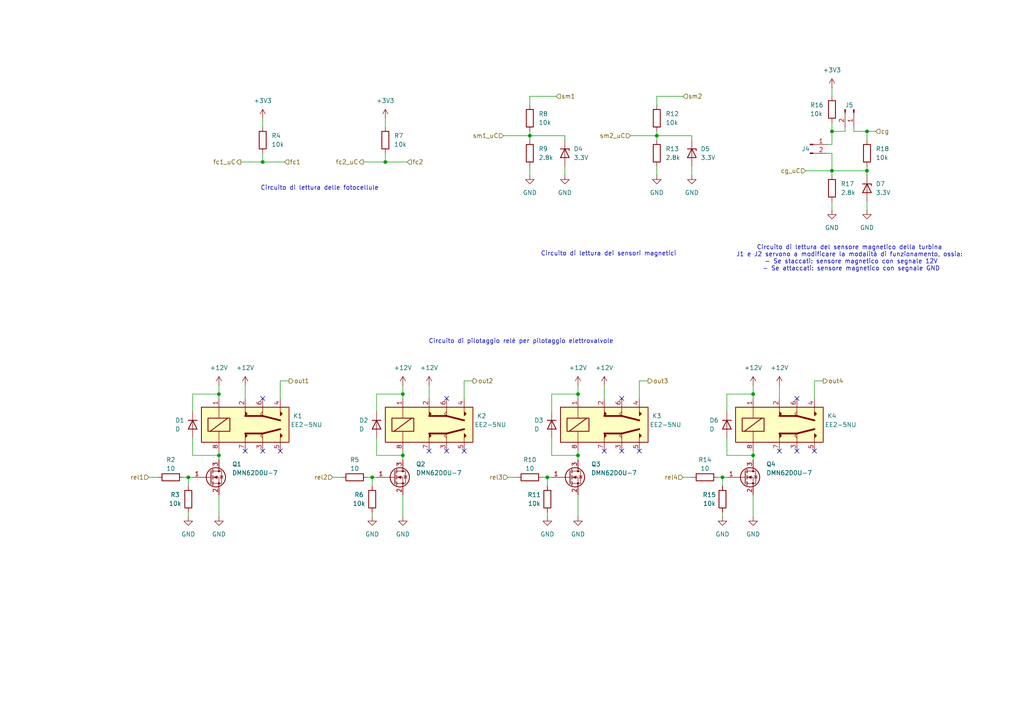
<source format=kicad_sch>
(kicad_sch (version 20250114) (generator "eeschema") (generator_version "9.0")
  (paper "A4")
  (lib_symbols
    (symbol "Connector:Conn_01x02_Pin" (pin_names (offset 1.016) (hide yes))
      (property "Reference" "J" (at 0 2.54 0))
      (property "Value" "Conn_01x02_Pin" (at 0 -5.08 0))
      (symbol "Conn_01x02_Pin_1_1"
        (rectangle (start 0.8636 0.127) (end 0 -0.127) (stroke (width 0.1524)) (fill (type outline)))
        (rectangle (start 0.8636 -2.413) (end 0 -2.667) (stroke (width 0.1524)) (fill (type outline)))
        (polyline (pts (xy 1.27 0) (xy 0.8636 0)) (stroke (width 0.1524)))
        (polyline (pts (xy 1.27 -2.54) (xy 0.8636 -2.54)) (stroke (width 0.1524)))
        (pin passive line (at 5.08 0 180) (length 3.81) (name "Pin_1") (number "1"))
        (pin passive line (at 5.08 -2.54 180) (length 3.81) (name "Pin_2") (number "2"))
      )
    )
    (symbol "Device:D" (pin_numbers (hide yes)) (pin_names (offset 1.016) (hide yes))
      (property "Reference" "D" (at 0 2.54 0))
      (property "Value" "D" (at 0 -2.54 0))
      (symbol "D_0_1"
        (polyline (pts (xy -1.27 1.27) (xy -1.27 -1.27)) (stroke (width 0.254)))
        (polyline (pts (xy 1.27 1.27) (xy 1.27 -1.27) (xy -1.27 0) (xy 1.27 1.27)) (stroke (width 0.254)))
        (polyline (pts (xy 1.27 0) (xy -1.27 0)))
      )
      (symbol "D_1_1"
        (pin passive line (at -3.81 0 0) (length 2.54) (name "K") (number "1"))
        (pin passive line (at 3.81 0 180) (length 2.54) (name "A") (number "2"))
      )
    )
    (symbol "Device:D_Zener" (pin_numbers (hide yes)) (pin_names (offset 1.016) (hide yes))
      (property "Reference" "D" (at 0 2.54 0))
      (property "Value" "D_Zener" (at 0 -2.54 0))
      (symbol "D_Zener_0_1"
        (polyline (pts (xy -1.27 -1.27) (xy -1.27 1.27) (xy -0.762 1.27)) (stroke (width 0.254)))
        (polyline (pts (xy 1.27 0) (xy -1.27 0)))
        (polyline (pts (xy 1.27 -1.27) (xy 1.27 1.27) (xy -1.27 0) (xy 1.27 -1.27)) (stroke (width 0.254)))
      )
      (symbol "D_Zener_1_1"
        (pin passive line (at -3.81 0 0) (length 2.54) (name "K") (number "1"))
        (pin passive line (at 3.81 0 180) (length 2.54) (name "A") (number "2"))
      )
    )
    (symbol "Device:R" (pin_numbers (hide yes)) (pin_names (offset 0))
      (property "Reference" "R" (at 2.032 0 90))
      (property "Value" "R" (at 0 0 90))
      (symbol "R_0_1"
        (rectangle (start -1.016 -2.54) (end 1.016 2.54) (stroke (width 0.254)))
      )
      (symbol "R_1_1"
        (pin passive line (at 0 3.81 270) (length 1.27) (name "~") (number "1"))
        (pin passive line (at 0 -3.81 90) (length 1.27) (name "~") (number "2"))
      )
    )
    (symbol "Samacsys:DMN62D0U-7" (pin_names (hide yes))
      (property "Reference" "Q" (at 10.414 4.064 0))
      (property "Value" "DMN62D0U-7" (at 10.414 1.524 0))
      (symbol "DMN62D0U-7_0_1"
        (polyline (pts (xy 5.334 1.905) (xy 5.334 -1.905)) (stroke (width 0.254)))
        (polyline (pts (xy 5.334 0) (xy 2.54 0)))
        (polyline (pts (xy 5.842 2.286) (xy 5.842 1.27)) (stroke (width 0.254)))
        (polyline (pts (xy 5.842 0.508) (xy 5.842 -0.508)) (stroke (width 0.254)))
        (polyline (pts (xy 5.842 -1.27) (xy 5.842 -2.286)) (stroke (width 0.254)))
        (polyline (pts (xy 5.842 -1.778) (xy 8.382 -1.778) (xy 8.382 1.778) (xy 5.842 1.778)))
        (polyline (pts (xy 6.096 0) (xy 7.112 0.381) (xy 7.112 -0.381) (xy 6.096 0)) (fill (type outline)))
        (circle (center 6.731 0) (radius 2.794) (stroke (width 0.254)))
        (polyline (pts (xy 7.62 2.54) (xy 7.62 1.778)))
        (circle (center 7.62 1.778) (radius 0.254) (fill (type outline)))
        (circle (center 7.62 -1.778) (radius 0.254) (fill (type outline)))
        (polyline (pts (xy 7.62 -2.54) (xy 7.62 0) (xy 5.842 0)))
        (polyline (pts (xy 7.874 0.508) (xy 8.001 0.381) (xy 8.763 0.381) (xy 8.89 0.254)))
        (polyline (pts (xy 8.382 0.381) (xy 8.001 -0.254) (xy 8.763 -0.254) (xy 8.382 0.381)))
      )
      (symbol "DMN62D0U-7_1_1"
        (pin input line (at 0 0 0) (length 2.54) (name "G") (number "1"))
        (pin passive line (at 7.62 5.08 270) (length 2.54) (name "D") (number "3"))
        (pin passive line (at 7.62 -5.08 90) (length 2.54) (name "S") (number "2"))
      )
    )
    (symbol "Samacsys:EE2-5NU"
      (property "Reference" "K" (at 26.162 -2.794 0))
      (property "Value" "EE2-5NU" (at 26.162 -5.334 0))
      (symbol "EE2-5NU_0_1"
        (rectangle (start 0 0) (end 25.4 -10.16) (stroke (width 0.254)) (fill (type background)))
        (rectangle (start 1.905 -3.175) (end 8.255 -6.985) (stroke (width 0.254)))
        (polyline (pts (xy 2.54 -6.985) (xy 7.62 -3.175)) (stroke (width 0.254)))
        (polyline (pts (xy 5.08 0) (xy 5.08 -3.175)))
        (polyline (pts (xy 5.08 -10.16) (xy 5.08 -6.985)))
        (polyline (pts (xy 12.7 0) (xy 12.7 -2.54) (xy 13.335 -1.905) (xy 12.7 -1.27)) (fill (type outline)))
        (polyline (pts (xy 12.7 -2.54) (xy 17.78 -2.54)) (stroke (width 0.508)))
        (polyline (pts (xy 12.7 -7.62) (xy 17.78 -7.62)) (stroke (width 0.508)))
        (polyline (pts (xy 12.7 -10.16) (xy 12.7 -7.62) (xy 13.335 -8.255) (xy 12.7 -8.89)) (fill (type outline)))
        (polyline (pts (xy 17.78 0) (xy 17.78 -2.54) (xy 17.145 -1.905) (xy 17.78 -1.27)))
        (polyline (pts (xy 17.78 -2.54) (xy 22.86 -3.81)) (stroke (width 0.508)))
        (polyline (pts (xy 17.78 -7.62) (xy 22.86 -6.35)) (stroke (width 0.508)))
        (polyline (pts (xy 17.78 -10.16) (xy 17.78 -7.62) (xy 17.145 -8.255) (xy 17.78 -8.89)))
        (polyline (pts (xy 22.86 0) (xy 22.86 -2.54) (xy 23.495 -1.905) (xy 22.86 -1.27)) (fill (type outline)))
        (polyline (pts (xy 22.86 -10.16) (xy 22.86 -7.62) (xy 23.495 -8.255) (xy 22.86 -8.89)) (fill (type outline)))
      )
      (symbol "EE2-5NU_1_1"
        (pin passive line (at 5.08 2.54 270) (length 2.54) (name "") (number "1"))
        (pin passive line (at 5.08 -12.7 90) (length 2.54) (name "") (number "8"))
        (pin passive line (at 12.7 2.54 270) (length 2.54) (name "") (number "2"))
        (pin passive line (at 12.7 -12.7 90) (length 2.54) (name "") (number "7"))
        (pin passive line (at 17.78 2.54 270) (length 2.54) (name "") (number "6"))
        (pin passive line (at 17.78 -12.7 90) (length 2.54) (name "") (number "3"))
        (pin passive line (at 22.86 2.54 270) (length 2.54) (name "") (number "4"))
        (pin passive line (at 22.86 -12.7 90) (length 2.54) (name "") (number "5"))
      )
    )
    (symbol "power:+12V" (power) (pin_numbers (hide yes)) (pin_names (offset 0) (hide yes))
      (property "Value" "+12V" (at 0 3.556 0))
      (symbol "+12V_0_1"
        (polyline (pts (xy -0.762 1.27) (xy 0 2.54)))
        (polyline (pts (xy 0 2.54) (xy 0.762 1.27)))
        (polyline (pts (xy 0 0) (xy 0 2.54)))
      )
      (symbol "+12V_1_1"
        (pin power_in line (at 0 0 90) (length 0) (name "~") (number "1"))
      )
    )
    (symbol "power:+3V3" (power) (pin_numbers (hide yes)) (pin_names (offset 0) (hide yes))
      (property "Value" "+3V3" (at 0 3.556 0))
      (symbol "+3V3_0_1"
        (polyline (pts (xy -0.762 1.27) (xy 0 2.54)))
        (polyline (pts (xy 0 2.54) (xy 0.762 1.27)))
        (polyline (pts (xy 0 0) (xy 0 2.54)))
      )
      (symbol "+3V3_1_1"
        (pin power_in line (at 0 0 90) (length 0) (name "~") (number "1"))
      )
    )
    (symbol "power:GND" (power) (pin_numbers (hide yes)) (pin_names (offset 0) (hide yes))
      (property "Value" "GND" (at 0 -3.81 0))
      (symbol "GND_0_1"
        (polyline (pts (xy 0 0) (xy 0 -1.27) (xy 1.27 -1.27) (xy 0 -2.54) (xy -1.27 -1.27) (xy 0 -1.27)))
      )
      (symbol "GND_1_1"
        (pin power_in line (at 0 0 270) (length 0) (name "~") (number "1"))
      )
    )
  )
  (text "Circuito di pilotaggio relè per pilotaggio elettrovalvole" (at 151.13 99.06 0) (effects (font (size 1.27 1.27))))
  (text "Circuito di lettura del sensore magnetico della turbina\nJ1 e J2 servono a modificare la modalità di funzionamento, ossia:\n - Se staccati: sensore magnetico con segnale 12V\n - Se attaccati: sensore magnetico con segnale GND" (at 246.38 74.93 0) (effects (font (size 1.27 1.27))))
  (text "Circuito di lettura dei sensori magnetici" (at 176.53 73.66 0) (effects (font (size 1.27 1.27))))
  (text "Circuito di lettura delle fotocellule" (at 92.71 54.61 0) (effects (font (size 1.27 1.27))))
  (junction (at 251.46 49.53))
  (junction (at 107.95 138.43))
  (junction (at 54.61 138.43))
  (junction (at 76.2 46.99))
  (junction (at 190.5 39.37))
  (junction (at 116.84 114.3))
  (junction (at 209.55 138.43))
  (junction (at 158.75 138.43))
  (junction (at 167.64 114.3))
  (junction (at 63.5 132.08))
  (junction (at 218.44 114.3))
  (junction (at 63.5 114.3))
  (junction (at 167.64 132.08))
  (junction (at 251.46 38.1))
  (junction (at 241.3 49.53))
  (junction (at 111.76 46.99))
  (junction (at 116.84 132.08))
  (junction (at 218.44 132.08))
  (junction (at 153.67 39.37))
  (junction (at 241.3 38.1))
  (no_connect (at 134.62 130.81))
  (no_connect (at 76.2 115.57))
  (no_connect (at 124.46 130.81))
  (no_connect (at 129.54 115.57))
  (no_connect (at 180.34 115.57))
  (no_connect (at 76.2 130.81))
  (no_connect (at 231.14 130.81))
  (no_connect (at 71.12 130.81))
  (no_connect (at 231.14 115.57))
  (no_connect (at 226.06 130.81))
  (no_connect (at 129.54 130.81))
  (no_connect (at 175.26 130.81))
  (no_connect (at 236.22 130.81))
  (no_connect (at 185.42 130.81))
  (no_connect (at 180.34 130.81))
  (no_connect (at 81.28 130.81))
  (wire (pts (xy 63.5 111.76) (xy 63.5 114.3)))
  (wire (pts (xy 185.42 115.57) (xy 185.42 110.49)))
  (wire (pts (xy 241.3 35.56) (xy 241.3 38.1)))
  (wire (pts (xy 81.28 110.49) (xy 83.82 110.49)))
  (wire (pts (xy 153.67 39.37) (xy 153.67 40.64)))
  (wire (pts (xy 240.03 44.45) (xy 241.3 44.45)))
  (wire (pts (xy 116.84 111.76) (xy 116.84 114.3)))
  (wire (pts (xy 233.68 49.53) (xy 241.3 49.53)))
  (wire (pts (xy 107.95 138.43) (xy 107.95 140.97)))
  (wire (pts (xy 209.55 138.43) (xy 210.82 138.43)))
  (wire (pts (xy 247.65 38.1) (xy 251.46 38.1)))
  (wire (pts (xy 241.3 49.53) (xy 241.3 50.8)))
  (wire (pts (xy 55.88 132.08) (xy 63.5 132.08)))
  (wire (pts (xy 251.46 50.8) (xy 251.46 49.53)))
  (wire (pts (xy 182.88 39.37) (xy 190.5 39.37)))
  (wire (pts (xy 167.64 132.08) (xy 167.64 133.35)))
  (wire (pts (xy 190.5 38.1) (xy 190.5 39.37)))
  (wire (pts (xy 190.5 39.37) (xy 190.5 40.64)))
  (wire (pts (xy 245.11 36.83) (xy 245.11 38.1)))
  (wire (pts (xy 160.02 119.38) (xy 160.02 114.3)))
  (wire (pts (xy 76.2 34.29) (xy 76.2 36.83)))
  (wire (pts (xy 226.06 111.76) (xy 226.06 115.57)))
  (wire (pts (xy 218.44 130.81) (xy 218.44 132.08)))
  (wire (pts (xy 218.44 114.3) (xy 218.44 115.57)))
  (wire (pts (xy 167.64 111.76) (xy 167.64 114.3)))
  (wire (pts (xy 63.5 143.51) (xy 63.5 149.86)))
  (wire (pts (xy 210.82 119.38) (xy 210.82 114.3)))
  (wire (pts (xy 200.66 48.26) (xy 200.66 50.8)))
  (wire (pts (xy 218.44 111.76) (xy 218.44 114.3)))
  (wire (pts (xy 63.5 132.08) (xy 63.5 133.35)))
  (wire (pts (xy 241.3 49.53) (xy 251.46 49.53)))
  (wire (pts (xy 208.28 138.43) (xy 209.55 138.43)))
  (wire (pts (xy 200.66 39.37) (xy 190.5 39.37)))
  (wire (pts (xy 105.41 46.99) (xy 111.76 46.99)))
  (wire (pts (xy 116.84 132.08) (xy 116.84 133.35)))
  (wire (pts (xy 54.61 148.59) (xy 54.61 149.86)))
  (wire (pts (xy 111.76 34.29) (xy 111.76 36.83)))
  (wire (pts (xy 241.3 25.4) (xy 241.3 27.94)))
  (wire (pts (xy 116.84 114.3) (xy 116.84 115.57)))
  (wire (pts (xy 175.26 111.76) (xy 175.26 115.57)))
  (wire (pts (xy 71.12 111.76) (xy 71.12 115.57)))
  (wire (pts (xy 241.3 38.1) (xy 245.11 38.1)))
  (wire (pts (xy 63.5 114.3) (xy 63.5 115.57)))
  (wire (pts (xy 158.75 138.43) (xy 158.75 140.97)))
  (wire (pts (xy 124.46 111.76) (xy 124.46 115.57)))
  (wire (pts (xy 109.22 119.38) (xy 109.22 114.3)))
  (wire (pts (xy 55.88 127) (xy 55.88 132.08)))
  (wire (pts (xy 111.76 44.45) (xy 111.76 46.99)))
  (wire (pts (xy 241.3 44.45) (xy 241.3 49.53)))
  (wire (pts (xy 241.3 38.1) (xy 241.3 41.91)))
  (wire (pts (xy 109.22 127) (xy 109.22 132.08)))
  (wire (pts (xy 251.46 48.26) (xy 251.46 49.53)))
  (wire (pts (xy 54.61 138.43) (xy 54.61 140.97)))
  (wire (pts (xy 43.18 138.43) (xy 45.72 138.43)))
  (wire (pts (xy 81.28 115.57) (xy 81.28 110.49)))
  (wire (pts (xy 185.42 110.49) (xy 187.96 110.49)))
  (wire (pts (xy 69.85 46.99) (xy 76.2 46.99)))
  (wire (pts (xy 158.75 138.43) (xy 160.02 138.43)))
  (wire (pts (xy 241.3 58.42) (xy 241.3 60.96)))
  (wire (pts (xy 76.2 46.99) (xy 82.55 46.99)))
  (wire (pts (xy 146.05 39.37) (xy 153.67 39.37)))
  (wire (pts (xy 111.76 46.99) (xy 118.11 46.99)))
  (wire (pts (xy 163.83 39.37) (xy 153.67 39.37)))
  (wire (pts (xy 167.64 143.51) (xy 167.64 149.86)))
  (wire (pts (xy 167.64 130.81) (xy 167.64 132.08)))
  (wire (pts (xy 190.5 27.94) (xy 198.12 27.94)))
  (wire (pts (xy 247.65 36.83) (xy 247.65 38.1)))
  (wire (pts (xy 198.12 138.43) (xy 200.66 138.43)))
  (wire (pts (xy 106.68 138.43) (xy 107.95 138.43)))
  (wire (pts (xy 116.84 130.81) (xy 116.84 132.08)))
  (wire (pts (xy 236.22 115.57) (xy 236.22 110.49)))
  (wire (pts (xy 210.82 114.3) (xy 218.44 114.3)))
  (wire (pts (xy 134.62 115.57) (xy 134.62 110.49)))
  (wire (pts (xy 190.5 30.48) (xy 190.5 27.94)))
  (wire (pts (xy 160.02 114.3) (xy 167.64 114.3)))
  (wire (pts (xy 96.52 138.43) (xy 99.06 138.43)))
  (wire (pts (xy 153.67 38.1) (xy 153.67 39.37)))
  (wire (pts (xy 209.55 138.43) (xy 209.55 140.97)))
  (wire (pts (xy 218.44 143.51) (xy 218.44 149.86)))
  (wire (pts (xy 209.55 148.59) (xy 209.55 149.86)))
  (wire (pts (xy 153.67 48.26) (xy 153.67 50.8)))
  (wire (pts (xy 55.88 114.3) (xy 63.5 114.3)))
  (wire (pts (xy 107.95 138.43) (xy 109.22 138.43)))
  (wire (pts (xy 251.46 38.1) (xy 254 38.1)))
  (wire (pts (xy 200.66 40.64) (xy 200.66 39.37)))
  (wire (pts (xy 157.48 138.43) (xy 158.75 138.43)))
  (wire (pts (xy 153.67 27.94) (xy 161.29 27.94)))
  (wire (pts (xy 55.88 119.38) (xy 55.88 114.3)))
  (wire (pts (xy 153.67 30.48) (xy 153.67 27.94)))
  (wire (pts (xy 163.83 48.26) (xy 163.83 50.8)))
  (wire (pts (xy 210.82 132.08) (xy 218.44 132.08)))
  (wire (pts (xy 160.02 132.08) (xy 167.64 132.08)))
  (wire (pts (xy 190.5 48.26) (xy 190.5 50.8)))
  (wire (pts (xy 134.62 110.49) (xy 137.16 110.49)))
  (wire (pts (xy 53.34 138.43) (xy 54.61 138.43)))
  (wire (pts (xy 251.46 58.42) (xy 251.46 60.96)))
  (wire (pts (xy 116.84 143.51) (xy 116.84 149.86)))
  (wire (pts (xy 210.82 127) (xy 210.82 132.08)))
  (wire (pts (xy 54.61 138.43) (xy 55.88 138.43)))
  (wire (pts (xy 163.83 40.64) (xy 163.83 39.37)))
  (wire (pts (xy 160.02 127) (xy 160.02 132.08)))
  (wire (pts (xy 63.5 130.81) (xy 63.5 132.08)))
  (wire (pts (xy 218.44 132.08) (xy 218.44 133.35)))
  (wire (pts (xy 240.03 41.91) (xy 241.3 41.91)))
  (wire (pts (xy 76.2 44.45) (xy 76.2 46.99)))
  (wire (pts (xy 107.95 148.59) (xy 107.95 149.86)))
  (wire (pts (xy 109.22 132.08) (xy 116.84 132.08)))
  (wire (pts (xy 147.32 138.43) (xy 149.86 138.43)))
  (wire (pts (xy 236.22 110.49) (xy 238.76 110.49)))
  (wire (pts (xy 167.64 114.3) (xy 167.64 115.57)))
  (wire (pts (xy 251.46 40.64) (xy 251.46 38.1)))
  (wire (pts (xy 109.22 114.3) (xy 116.84 114.3)))
  (wire (pts (xy 158.75 148.59) (xy 158.75 149.86)))
  (hierarchical_label "out3" (shape output) (at 187.96 110.49 0))
  (hierarchical_label "fc2" (shape input) (at 118.11 46.99 0))
  (hierarchical_label "sm2" (shape input) (at 198.12 27.94 0))
  (hierarchical_label "sm1_uC" (shape input) (at 146.05 39.37 180))
  (hierarchical_label "rel3" (shape input) (at 147.32 138.43 180))
  (hierarchical_label "fc2_uC" (shape output) (at 105.41 46.99 180))
  (hierarchical_label "rel2" (shape input) (at 96.52 138.43 180))
  (hierarchical_label "cg" (shape input) (at 254 38.1 0))
  (hierarchical_label "rel4" (shape input) (at 198.12 138.43 180))
  (hierarchical_label "sm1" (shape input) (at 161.29 27.94 0))
  (hierarchical_label "out1" (shape output) (at 83.82 110.49 0))
  (hierarchical_label "fc1" (shape input) (at 82.55 46.99 0))
  (hierarchical_label "cg_uC" (shape input) (at 233.68 49.53 180))
  (hierarchical_label "fc1_uC" (shape output) (at 69.85 46.99 180))
  (hierarchical_label "rel1" (shape input) (at 43.18 138.43 180))
  (hierarchical_label "out2" (shape output) (at 137.16 110.49 0))
  (hierarchical_label "out4" (shape output) (at 238.76 110.49 0))
  (hierarchical_label "sm2_uC" (shape input) (at 182.88 39.37 180))
  (symbol (lib_id "Device:R") (at 54.61 144.78 180) (unit 1)
    (property "Reference" "R3" (at 50.8 143.51 0))
    (property "Value" "10k" (at 50.8 146.05 0))
    (property "Footprint" "Resistor_SMD:R_0603_1608Metric" (effects (hide yes)))
    (property "Description" "Resistor" (effects (hide yes)))
  )
  (symbol (lib_id "power:+3V3") (at 111.76 34.29 0) (unit 1)
    (property "Reference" "#PWR018" (effects (hide yes)))
    (property "Value" "+3V3" (at 111.76 29.21 0))
    (property "Description" "Power symbol creates a global label with name \"+3V3\"" (effects (hide yes)))
  )
  (symbol (lib_id "power:+12V") (at 175.26 111.76 0) (unit 1)
    (property "Reference" "#PWR027" (effects (hide yes)))
    (property "Value" "+12V" (at 175.26 106.68 0))
    (property "Description" "Power symbol creates a global label with name \"+12V\"" (effects (hide yes)))
  )
  (symbol (lib_id "Connector:Conn_01x02_Pin") (at 234.95 41.91 0) (unit 1)
    (property "Reference" "J4" (at 233.68 43.18 0))
    (property "Value" "Conn_01x02_Pin" (effects (hide yes)))
    (property "Footprint" "Connector_PinHeader_2.54mm:PinHeader_1x02_P2.54mm_Vertical" (effects (hide yes)))
    (property "Description" "Generic connector, single row, 01x02, script generated" (effects (hide yes)))
  )
  (symbol (lib_id "Device:D_Zener") (at 200.66 44.45 270) (unit 1)
    (property "Reference" "D5" (at 203.2 43.1799 90) (effects (justify left)))
    (property "Value" "3.3V" (at 203.2 45.7199 90) (effects (justify left)))
    (property "Footprint" "Samacsys:SOD2512X110N" (effects (hide yes)))
    (property "Description" "Zener diode" (effects (hide yes)))
  )
  (symbol (lib_id "Samacsys:EE2-5NU") (at 111.76 118.11 0) (unit 1)
    (property "Reference" "K2" (at 139.7 120.65 0))
    (property "Value" "EE2-5NU" (at 142.24 123.19 0))
    (property "Footprint" "Samacsys:EE2-5NU" (effects (hide yes)))
    (property "Datasheet" "https://content.kemet.com/datasheets/KEM_R7002_EC2_EE2.pdf" (effects (hide yes)))
    (property "Description" "KEMET, EE2, Relays, Signal, 5 V, 220 V, 250 VAC, 2 A, 75 mOhms, 1 GOhms, 15mm, 7.5mm, 10mm" (effects (hide yes)))
    (property "Mouser Part Number" "80-EE2-5NU" (effects (hide yes)))
    (property "Mouser Price/Stock" "https://www.mouser.co.uk/ProductDetail/KEMET/EE2-5NU?qs=iaWy59%2Fd4KDPVAG7asNi4Q%3D%3D" (effects (hide yes)))
    (property "Manufacturer_Name" "KEMET" (effects (hide yes)))
    (property "Manufacturer_Part_Number" "EE2-5NU" (effects (hide yes)))
  )
  (symbol (lib_id "Samacsys:DMN62D0U-7") (at 160.02 138.43 0) (unit 1)
    (property "Reference" "Q3" (at 171.45 134.6199 0) (effects (justify left)))
    (property "Value" "DMN62D0U-7" (at 171.45 137.1599 0) (effects (justify left)))
    (property "Footprint" "Samacsys:SOT96P240X110-3N" (effects (hide yes)))
    (property "Datasheet" "https://www.diodes.com//assets/Datasheets/DMN62D0U.pdf" (effects (hide yes)))
    (property "Description" "N-Channel 60 V 380mA (Ta) 380mW (Ta) Surface Mount SOT-23-3" (effects (hide yes)))
    (property "Height" "1.1" (effects (hide yes)))
    (property "Mouser Part Number" "621-DMN62D0U-7" (effects (hide yes)))
    (property "Mouser Price/Stock" "https://www.mouser.co.uk/ProductDetail/Diodes-Incorporated/DMN62D0U-7?qs=ANipbH0jDF1YQ7DvWYjVRw%3D%3D" (effects (hide yes)))
    (property "Manufacturer_Name" "Diodes Incorporated" (effects (hide yes)))
    (property "Manufacturer_Part_Number" "DMN62D0U-7" (effects (hide yes)))
  )
  (symbol (lib_id "Device:R") (at 209.55 144.78 180) (unit 1)
    (property "Reference" "R15" (at 205.74 143.51 0))
    (property "Value" "10k" (at 205.74 146.05 0))
    (property "Footprint" "Resistor_SMD:R_0603_1608Metric" (effects (hide yes)))
    (property "Description" "Resistor" (effects (hide yes)))
  )
  (symbol (lib_id "Samacsys:DMN62D0U-7") (at 109.22 138.43 0) (unit 1)
    (property "Reference" "Q2" (at 120.65 134.6199 0) (effects (justify left)))
    (property "Value" "DMN62D0U-7" (at 120.65 137.1599 0) (effects (justify left)))
    (property "Footprint" "Samacsys:SOT96P240X110-3N" (effects (hide yes)))
    (property "Datasheet" "https://www.diodes.com//assets/Datasheets/DMN62D0U.pdf" (effects (hide yes)))
    (property "Description" "N-Channel 60 V 380mA (Ta) 380mW (Ta) Surface Mount SOT-23-3" (effects (hide yes)))
    (property "Height" "1.1" (effects (hide yes)))
    (property "Mouser Part Number" "621-DMN62D0U-7" (effects (hide yes)))
    (property "Mouser Price/Stock" "https://www.mouser.co.uk/ProductDetail/Diodes-Incorporated/DMN62D0U-7?qs=ANipbH0jDF1YQ7DvWYjVRw%3D%3D" (effects (hide yes)))
    (property "Manufacturer_Name" "Diodes Incorporated" (effects (hide yes)))
    (property "Manufacturer_Part_Number" "DMN62D0U-7" (effects (hide yes)))
  )
  (symbol (lib_id "Device:R") (at 158.75 144.78 180) (unit 1)
    (property "Reference" "R11" (at 154.94 143.51 0))
    (property "Value" "10k" (at 154.94 146.05 0))
    (property "Footprint" "Resistor_SMD:R_0603_1608Metric" (effects (hide yes)))
    (property "Description" "Resistor" (effects (hide yes)))
  )
  (symbol (lib_id "Samacsys:DMN62D0U-7") (at 55.88 138.43 0) (unit 1)
    (property "Reference" "Q1" (at 67.31 134.6199 0) (effects (justify left)))
    (property "Value" "DMN62D0U-7" (at 67.31 137.1599 0) (effects (justify left)))
    (property "Footprint" "Samacsys:SOT96P240X110-3N" (effects (hide yes)))
    (property "Datasheet" "https://www.diodes.com//assets/Datasheets/DMN62D0U.pdf" (effects (hide yes)))
    (property "Description" "N-Channel 60 V 380mA (Ta) 380mW (Ta) Surface Mount SOT-23-3" (effects (hide yes)))
    (property "Height" "1.1" (effects (hide yes)))
    (property "Mouser Part Number" "621-DMN62D0U-7" (effects (hide yes)))
    (property "Mouser Price/Stock" "https://www.mouser.co.uk/ProductDetail/Diodes-Incorporated/DMN62D0U-7?qs=ANipbH0jDF1YQ7DvWYjVRw%3D%3D" (effects (hide yes)))
    (property "Manufacturer_Name" "Diodes Incorporated" (effects (hide yes)))
    (property "Manufacturer_Part_Number" "DMN62D0U-7" (effects (hide yes)))
  )
  (symbol (lib_id "power:+12V") (at 71.12 111.76 0) (unit 1)
    (property "Reference" "#PWR015" (effects (hide yes)))
    (property "Value" "+12V" (at 71.12 106.68 0))
    (property "Description" "Power symbol creates a global label with name \"+12V\"" (effects (hide yes)))
  )
  (symbol (lib_id "power:+12V") (at 226.06 111.76 0) (unit 1)
    (property "Reference" "#PWR033" (effects (hide yes)))
    (property "Value" "+12V" (at 226.06 106.68 0))
    (property "Description" "Power symbol creates a global label with name \"+12V\"" (effects (hide yes)))
  )
  (symbol (lib_id "power:+12V") (at 218.44 111.76 0) (unit 1)
    (property "Reference" "#PWR031" (effects (hide yes)))
    (property "Value" "+12V" (at 218.44 106.68 0))
    (property "Description" "Power symbol creates a global label with name \"+12V\"" (effects (hide yes)))
  )
  (symbol (lib_id "power:GND") (at 54.61 149.86 0) (unit 1)
    (property "Reference" "#PWR012" (effects (hide yes)))
    (property "Value" "GND" (at 54.61 154.94 0))
    (property "Description" "Power symbol creates a global label with name \"GND\" , ground" (effects (hide yes)))
  )
  (symbol (lib_id "power:GND") (at 190.5 50.8 0) (unit 1)
    (property "Reference" "#PWR028" (effects (hide yes)))
    (property "Value" "GND" (at 190.5 55.88 0))
    (property "Description" "Power symbol creates a global label with name \"GND\" , ground" (effects (hide yes)))
  )
  (symbol (lib_id "power:+3V3") (at 76.2 34.29 0) (unit 1)
    (property "Reference" "#PWR016" (effects (hide yes)))
    (property "Value" "+3V3" (at 76.2 29.21 0))
    (property "Description" "Power symbol creates a global label with name \"+3V3\"" (effects (hide yes)))
  )
  (symbol (lib_id "power:GND") (at 153.67 50.8 0) (unit 1)
    (property "Reference" "#PWR022" (effects (hide yes)))
    (property "Value" "GND" (at 153.67 55.88 0))
    (property "Description" "Power symbol creates a global label with name \"GND\" , ground" (effects (hide yes)))
  )
  (symbol (lib_id "power:+12V") (at 63.5 111.76 0) (unit 1)
    (property "Reference" "#PWR013" (effects (hide yes)))
    (property "Value" "+12V" (at 63.5 106.68 0))
    (property "Description" "Power symbol creates a global label with name \"+12V\"" (effects (hide yes)))
  )
  (symbol (lib_id "power:+12V") (at 167.64 111.76 0) (unit 1)
    (property "Reference" "#PWR025" (effects (hide yes)))
    (property "Value" "+12V" (at 167.64 106.68 0))
    (property "Description" "Power symbol creates a global label with name \"+12V\"" (effects (hide yes)))
  )
  (symbol (lib_id "power:GND") (at 218.44 149.86 0) (unit 1)
    (property "Reference" "#PWR032" (effects (hide yes)))
    (property "Value" "GND" (at 218.44 154.94 0))
    (property "Description" "Power symbol creates a global label with name \"GND\" , ground" (effects (hide yes)))
  )
  (symbol (lib_id "power:+12V") (at 116.84 111.76 0) (unit 1)
    (property "Reference" "#PWR019" (effects (hide yes)))
    (property "Value" "+12V" (at 116.84 106.68 0))
    (property "Description" "Power symbol creates a global label with name \"+12V\"" (effects (hide yes)))
  )
  (symbol (lib_id "power:GND") (at 163.83 50.8 0) (unit 1)
    (property "Reference" "#PWR024" (effects (hide yes)))
    (property "Value" "GND" (at 163.83 55.88 0))
    (property "Description" "Power symbol creates a global label with name \"GND\" , ground" (effects (hide yes)))
  )
  (symbol (lib_id "Device:R") (at 153.67 44.45 0) (unit 1)
    (property "Reference" "R9" (at 156.21 43.1799 0) (effects (justify left)))
    (property "Value" "2.8k" (at 156.21 45.7199 0) (effects (justify left)))
    (property "Footprint" "Resistor_SMD:R_0603_1608Metric" (effects (hide yes)))
    (property "Description" "Resistor" (effects (hide yes)))
  )
  (symbol (lib_id "Connector:Conn_01x02_Pin") (at 247.65 31.75 270) (unit 1)
    (property "Reference" "J5" (at 245.11 30.48 90) (effects (justify left)))
    (property "Value" "Conn_01x02_Pin" (effects (hide yes)))
    (property "Footprint" "Connector_PinHeader_2.54mm:PinHeader_1x02_P2.54mm_Vertical" (effects (hide yes)))
    (property "Description" "Generic connector, single row, 01x02, script generated" (effects (hide yes)))
  )
  (symbol (lib_id "Device:R") (at 107.95 144.78 180) (unit 1)
    (property "Reference" "R6" (at 104.14 143.51 0))
    (property "Value" "10k" (at 104.14 146.05 0))
    (property "Footprint" "Resistor_SMD:R_0603_1608Metric" (effects (hide yes)))
    (property "Description" "Resistor" (effects (hide yes)))
  )
  (symbol (lib_id "power:GND") (at 251.46 60.96 0) (unit 1)
    (property "Reference" "#PWR036" (effects (hide yes)))
    (property "Value" "GND" (at 251.46 66.04 0))
    (property "Description" "Power symbol creates a global label with name \"GND\" , ground" (effects (hide yes)))
  )
  (symbol (lib_id "Device:R") (at 204.47 138.43 90) (unit 1)
    (property "Reference" "R14" (at 204.47 133.35 90))
    (property "Value" "10" (at 204.47 135.89 90))
    (property "Footprint" "Resistor_SMD:R_0603_1608Metric" (effects (hide yes)))
    (property "Description" "Resistor" (effects (hide yes)))
  )
  (symbol (lib_id "Device:R") (at 241.3 54.61 0) (unit 1)
    (property "Reference" "R17" (at 243.84 53.3399 0) (effects (justify left)))
    (property "Value" "2.8k" (at 243.84 55.8799 0) (effects (justify left)))
    (property "Footprint" "Resistor_SMD:R_0603_1608Metric" (effects (hide yes)))
    (property "Description" "Resistor" (effects (hide yes)))
  )
  (symbol (lib_id "Device:R") (at 153.67 34.29 0) (unit 1)
    (property "Reference" "R8" (at 156.21 33.0199 0) (effects (justify left)))
    (property "Value" "10k" (at 156.21 35.5599 0) (effects (justify left)))
    (property "Footprint" "Resistor_SMD:R_0603_1608Metric" (effects (hide yes)))
    (property "Description" "Resistor" (effects (hide yes)))
  )
  (symbol (lib_id "Device:R") (at 251.46 44.45 0) (unit 1)
    (property "Reference" "R18" (at 254 43.1799 0) (effects (justify left)))
    (property "Value" "10k" (at 254 45.7199 0) (effects (justify left)))
    (property "Footprint" "Resistor_SMD:R_0603_1608Metric" (effects (hide yes)))
    (property "Description" "Resistor" (effects (hide yes)))
  )
  (symbol (lib_id "power:+12V") (at 124.46 111.76 0) (unit 1)
    (property "Reference" "#PWR021" (effects (hide yes)))
    (property "Value" "+12V" (at 124.46 106.68 0))
    (property "Description" "Power symbol creates a global label with name \"+12V\"" (effects (hide yes)))
  )
  (symbol (lib_id "power:GND") (at 107.95 149.86 0) (unit 1)
    (property "Reference" "#PWR017" (effects (hide yes)))
    (property "Value" "GND" (at 107.95 154.94 0))
    (property "Description" "Power symbol creates a global label with name \"GND\" , ground" (effects (hide yes)))
  )
  (symbol (lib_id "Device:D_Zener") (at 163.83 44.45 270) (unit 1)
    (property "Reference" "D4" (at 166.37 43.1799 90) (effects (justify left)))
    (property "Value" "3.3V" (at 166.37 45.7199 90) (effects (justify left)))
    (property "Footprint" "Samacsys:SOD2512X110N" (effects (hide yes)))
    (property "Description" "Zener diode" (effects (hide yes)))
  )
  (symbol (lib_id "Device:D") (at 109.22 123.19 270) (unit 1)
    (property "Reference" "D2" (at 104.14 121.92 90) (effects (justify left)))
    (property "Value" "D" (at 104.14 124.46 90) (effects (justify left)))
    (property "Footprint" "Samacsys:SODFL2512X90N" (effects (hide yes)))
    (property "Description" "Diode" (effects (hide yes)))
    (property "Sim.Device" "D" (effects (hide yes)))
    (property "Sim.Pins" "1=K 2=A" (effects (hide yes)))
  )
  (symbol (lib_id "Device:D_Zener") (at 251.46 54.61 270) (unit 1)
    (property "Reference" "D7" (at 254 53.3399 90) (effects (justify left)))
    (property "Value" "3.3V" (at 254 55.8799 90) (effects (justify left)))
    (property "Footprint" "Samacsys:SOD2512X110N" (effects (hide yes)))
    (property "Description" "Zener diode" (effects (hide yes)))
  )
  (symbol (lib_id "power:GND") (at 241.3 60.96 0) (unit 1)
    (property "Reference" "#PWR035" (effects (hide yes)))
    (property "Value" "GND" (at 241.3 66.04 0))
    (property "Description" "Power symbol creates a global label with name \"GND\" , ground" (effects (hide yes)))
  )
  (symbol (lib_id "Device:D") (at 210.82 123.19 270) (unit 1)
    (property "Reference" "D6" (at 205.74 121.92 90) (effects (justify left)))
    (property "Value" "D" (at 205.74 124.46 90) (effects (justify left)))
    (property "Footprint" "Samacsys:SODFL2512X90N" (effects (hide yes)))
    (property "Description" "Diode" (effects (hide yes)))
    (property "Sim.Device" "D" (effects (hide yes)))
    (property "Sim.Pins" "1=K 2=A" (effects (hide yes)))
  )
  (symbol (lib_id "power:GND") (at 63.5 149.86 0) (unit 1)
    (property "Reference" "#PWR014" (effects (hide yes)))
    (property "Value" "GND" (at 63.5 154.94 0))
    (property "Description" "Power symbol creates a global label with name \"GND\" , ground" (effects (hide yes)))
  )
  (symbol (lib_id "power:+3V3") (at 241.3 25.4 0) (unit 1)
    (property "Reference" "#PWR034" (effects (hide yes)))
    (property "Value" "+3V3" (at 241.3 20.32 0))
    (property "Description" "Power symbol creates a global label with name \"+3V3\"" (effects (hide yes)))
  )
  (symbol (lib_id "power:GND") (at 158.75 149.86 0) (unit 1)
    (property "Reference" "#PWR023" (effects (hide yes)))
    (property "Value" "GND" (at 158.75 154.94 0))
    (property "Description" "Power symbol creates a global label with name \"GND\" , ground" (effects (hide yes)))
  )
  (symbol (lib_id "Device:D") (at 55.88 123.19 270) (unit 1)
    (property "Reference" "D1" (at 50.8 121.92 90) (effects (justify left)))
    (property "Value" "D" (at 50.8 124.46 90) (effects (justify left)))
    (property "Footprint" "Samacsys:SODFL2512X90N" (effects (hide yes)))
    (property "Description" "Diode" (effects (hide yes)))
    (property "Sim.Device" "D" (effects (hide yes)))
    (property "Sim.Pins" "1=K 2=A" (effects (hide yes)))
  )
  (symbol (lib_id "Samacsys:EE2-5NU") (at 58.42 118.11 0) (unit 1)
    (property "Reference" "K1" (at 86.36 120.65 0))
    (property "Value" "EE2-5NU" (at 88.9 123.19 0))
    (property "Footprint" "Samacsys:EE2-5NU" (effects (hide yes)))
    (property "Datasheet" "https://content.kemet.com/datasheets/KEM_R7002_EC2_EE2.pdf" (effects (hide yes)))
    (property "Description" "KEMET, EE2, Relays, Signal, 5 V, 220 V, 250 VAC, 2 A, 75 mOhms, 1 GOhms, 15mm, 7.5mm, 10mm" (effects (hide yes)))
    (property "Mouser Part Number" "80-EE2-5NU" (effects (hide yes)))
    (property "Mouser Price/Stock" "https://www.mouser.co.uk/ProductDetail/KEMET/EE2-5NU?qs=iaWy59%2Fd4KDPVAG7asNi4Q%3D%3D" (effects (hide yes)))
    (property "Manufacturer_Name" "KEMET" (effects (hide yes)))
    (property "Manufacturer_Part_Number" "EE2-5NU" (effects (hide yes)))
  )
  (symbol (lib_id "power:GND") (at 200.66 50.8 0) (unit 1)
    (property "Reference" "#PWR029" (effects (hide yes)))
    (property "Value" "GND" (at 200.66 55.88 0))
    (property "Description" "Power symbol creates a global label with name \"GND\" , ground" (effects (hide yes)))
  )
  (symbol (lib_id "Device:R") (at 111.76 40.64 0) (unit 1)
    (property "Reference" "R7" (at 114.3 39.3699 0) (effects (justify left)))
    (property "Value" "10k" (at 114.3 41.9099 0) (effects (justify left)))
    (property "Footprint" "Resistor_SMD:R_0603_1608Metric" (effects (hide yes)))
    (property "Description" "Resistor" (effects (hide yes)))
  )
  (symbol (lib_id "Device:D") (at 160.02 123.19 270) (unit 1)
    (property "Reference" "D3" (at 154.94 121.92 90) (effects (justify left)))
    (property "Value" "D" (at 154.94 124.46 90) (effects (justify left)))
    (property "Footprint" "Samacsys:SODFL2512X90N" (effects (hide yes)))
    (property "Description" "Diode" (effects (hide yes)))
    (property "Sim.Device" "D" (effects (hide yes)))
    (property "Sim.Pins" "1=K 2=A" (effects (hide yes)))
  )
  (symbol (lib_id "Device:R") (at 153.67 138.43 90) (unit 1)
    (property "Reference" "R10" (at 153.67 133.35 90))
    (property "Value" "10" (at 153.67 135.89 90))
    (property "Footprint" "Resistor_SMD:R_0603_1608Metric" (effects (hide yes)))
    (property "Description" "Resistor" (effects (hide yes)))
  )
  (symbol (lib_id "Device:R") (at 102.87 138.43 90) (unit 1)
    (property "Reference" "R5" (at 102.87 133.35 90))
    (property "Value" "10" (at 102.87 135.89 90))
    (property "Footprint" "Resistor_SMD:R_0603_1608Metric" (effects (hide yes)))
    (property "Description" "Resistor" (effects (hide yes)))
  )
  (symbol (lib_id "Device:R") (at 190.5 34.29 0) (unit 1)
    (property "Reference" "R12" (at 193.04 33.0199 0) (effects (justify left)))
    (property "Value" "10k" (at 193.04 35.5599 0) (effects (justify left)))
    (property "Footprint" "Resistor_SMD:R_0603_1608Metric" (effects (hide yes)))
    (property "Description" "Resistor" (effects (hide yes)))
  )
  (symbol (lib_id "Samacsys:EE2-5NU") (at 162.56 118.11 0) (unit 1)
    (property "Reference" "K3" (at 190.5 120.65 0))
    (property "Value" "EE2-5NU" (at 193.04 123.19 0))
    (property "Footprint" "Samacsys:EE2-5NU" (effects (hide yes)))
    (property "Datasheet" "https://content.kemet.com/datasheets/KEM_R7002_EC2_EE2.pdf" (effects (hide yes)))
    (property "Description" "KEMET, EE2, Relays, Signal, 5 V, 220 V, 250 VAC, 2 A, 75 mOhms, 1 GOhms, 15mm, 7.5mm, 10mm" (effects (hide yes)))
    (property "Mouser Part Number" "80-EE2-5NU" (effects (hide yes)))
    (property "Mouser Price/Stock" "https://www.mouser.co.uk/ProductDetail/KEMET/EE2-5NU?qs=iaWy59%2Fd4KDPVAG7asNi4Q%3D%3D" (effects (hide yes)))
    (property "Manufacturer_Name" "KEMET" (effects (hide yes)))
    (property "Manufacturer_Part_Number" "EE2-5NU" (effects (hide yes)))
  )
  (symbol (lib_id "power:GND") (at 167.64 149.86 0) (unit 1)
    (property "Reference" "#PWR026" (effects (hide yes)))
    (property "Value" "GND" (at 167.64 154.94 0))
    (property "Description" "Power symbol creates a global label with name \"GND\" , ground" (effects (hide yes)))
  )
  (symbol (lib_id "Device:R") (at 49.53 138.43 90) (unit 1)
    (property "Reference" "R2" (at 49.53 133.35 90))
    (property "Value" "10" (at 49.53 135.89 90))
    (property "Footprint" "Resistor_SMD:R_0603_1608Metric" (effects (hide yes)))
    (property "Description" "Resistor" (effects (hide yes)))
  )
  (symbol (lib_id "power:GND") (at 116.84 149.86 0) (unit 1)
    (property "Reference" "#PWR020" (effects (hide yes)))
    (property "Value" "GND" (at 116.84 154.94 0))
    (property "Description" "Power symbol creates a global label with name \"GND\" , ground" (effects (hide yes)))
  )
  (symbol (lib_id "Samacsys:EE2-5NU") (at 213.36 118.11 0) (unit 1)
    (property "Reference" "K4" (at 241.3 120.65 0))
    (property "Value" "EE2-5NU" (at 243.84 123.19 0))
    (property "Footprint" "Samacsys:EE2-5NU" (effects (hide yes)))
    (property "Datasheet" "https://content.kemet.com/datasheets/KEM_R7002_EC2_EE2.pdf" (effects (hide yes)))
    (property "Description" "KEMET, EE2, Relays, Signal, 5 V, 220 V, 250 VAC, 2 A, 75 mOhms, 1 GOhms, 15mm, 7.5mm, 10mm" (effects (hide yes)))
    (property "Mouser Part Number" "80-EE2-5NU" (effects (hide yes)))
    (property "Mouser Price/Stock" "https://www.mouser.co.uk/ProductDetail/KEMET/EE2-5NU?qs=iaWy59%2Fd4KDPVAG7asNi4Q%3D%3D" (effects (hide yes)))
    (property "Manufacturer_Name" "KEMET" (effects (hide yes)))
    (property "Manufacturer_Part_Number" "EE2-5NU" (effects (hide yes)))
  )
  (symbol (lib_id "Device:R") (at 190.5 44.45 0) (unit 1)
    (property "Reference" "R13" (at 193.04 43.1799 0) (effects (justify left)))
    (property "Value" "2.8k" (at 193.04 45.7199 0) (effects (justify left)))
    (property "Footprint" "Resistor_SMD:R_0603_1608Metric" (effects (hide yes)))
    (property "Description" "Resistor" (effects (hide yes)))
  )
  (symbol (lib_id "Device:R") (at 76.2 40.64 0) (unit 1)
    (property "Reference" "R4" (at 78.74 39.3699 0) (effects (justify left)))
    (property "Value" "10k" (at 78.74 41.9099 0) (effects (justify left)))
    (property "Footprint" "Resistor_SMD:R_0603_1608Metric" (effects (hide yes)))
    (property "Description" "Resistor" (effects (hide yes)))
  )
  (symbol (lib_id "Samacsys:DMN62D0U-7") (at 210.82 138.43 0) (unit 1)
    (property "Reference" "Q4" (at 222.25 134.6199 0) (effects (justify left)))
    (property "Value" "DMN62D0U-7" (at 222.25 137.1599 0) (effects (justify left)))
    (property "Footprint" "Samacsys:SOT96P240X110-3N" (effects (hide yes)))
    (property "Datasheet" "https://www.diodes.com//assets/Datasheets/DMN62D0U.pdf" (effects (hide yes)))
    (property "Description" "N-Channel 60 V 380mA (Ta) 380mW (Ta) Surface Mount SOT-23-3" (effects (hide yes)))
    (property "Height" "1.1" (effects (hide yes)))
    (property "Mouser Part Number" "621-DMN62D0U-7" (effects (hide yes)))
    (property "Mouser Price/Stock" "https://www.mouser.co.uk/ProductDetail/Diodes-Incorporated/DMN62D0U-7?qs=ANipbH0jDF1YQ7DvWYjVRw%3D%3D" (effects (hide yes)))
    (property "Manufacturer_Name" "Diodes Incorporated" (effects (hide yes)))
    (property "Manufacturer_Part_Number" "DMN62D0U-7" (effects (hide yes)))
  )
  (symbol (lib_id "Device:R") (at 241.3 31.75 0) (unit 1)
    (property "Reference" "R16" (at 234.95 30.48 0) (effects (justify left)))
    (property "Value" "10k" (at 234.95 33.02 0) (effects (justify left)))
    (property "Footprint" "Resistor_SMD:R_0603_1608Metric" (effects (hide yes)))
    (property "Description" "Resistor" (effects (hide yes)))
  )
  (symbol (lib_id "power:GND") (at 209.55 149.86 0) (unit 1)
    (property "Reference" "#PWR030" (effects (hide yes)))
    (property "Value" "GND" (at 209.55 154.94 0))
    (property "Description" "Power symbol creates a global label with name \"GND\" , ground" (effects (hide yes)))
  )
)
</source>
